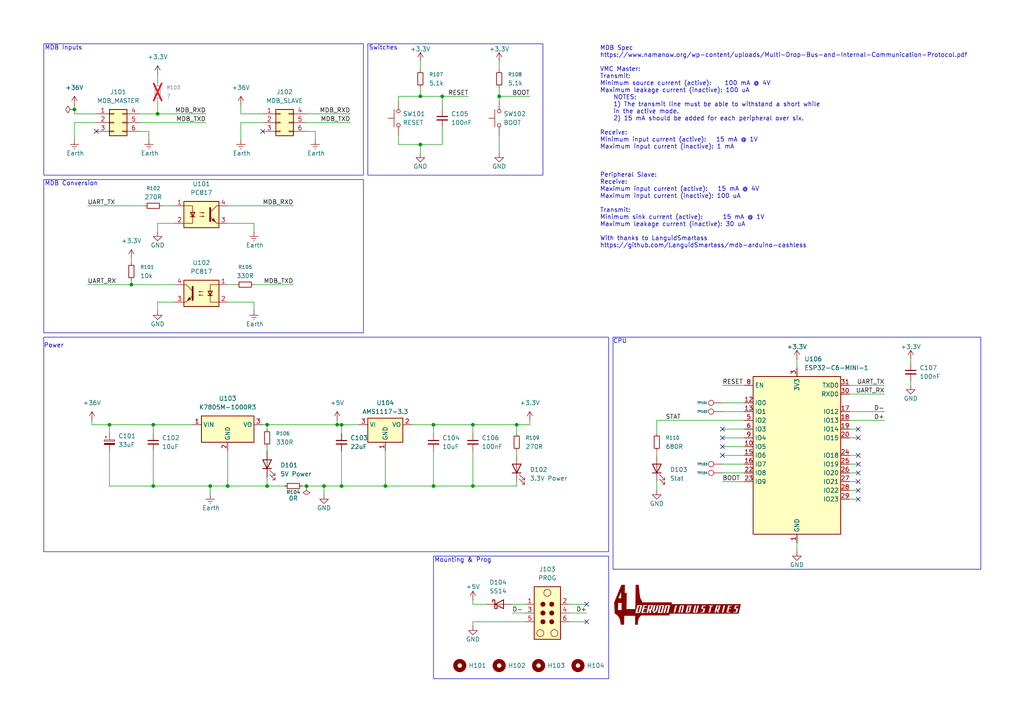
<source format=kicad_sch>
(kicad_sch (version 20250114) (generator "eeschema") (generator_version "9.0")
  (paper "A4")
  (title_block (title "AldervendAdapter") (rev "${REVISION}"))
  (lib_symbols
    (symbol "Aldervon:AldervonLogo")
    (symbol "Aldervon:K7805M-1000R3"
      (property "Reference" "U" (at 6.858 3.556 0))
      (property "Value" "K7805M-1000R3" (at 0 0 0))
      (symbol "K7805M-1000R3_0_0"
        (pin power_in line (at -10.16 0 0) (length 2.54) (name "VIN") (number "1"))
        (pin power_out line (at 0 -7.62 90) (length 2.54) (name "GND") (number "2"))
        (pin power_out line (at 10.16 0 180) (length 2.54) (name "VO") (number "3"))
      )
    )
    (symbol "Connector:TC2030" (in_bom no)
      (property "Reference" "J" (at 1.27 8.89 0))
      (property "Value" "TC2030" (at 1.27 -8.89 0))
      (symbol "TC2030_1_1"
        (pin passive line (at -5.08 2.54 0) (length 2.54) (name "~") (number "1"))
        (pin passive line (at -5.08 0 0) (length 2.54) (name "~") (number "3"))
        (pin passive line (at -5.08 -2.54 0) (length 2.54) (name "~") (number "5"))
        (pin passive line (at 7.62 2.54 180) (length 2.54) (name "~") (number "2"))
        (pin passive line (at 7.62 0 180) (length 2.54) (name "~") (number "4"))
        (pin passive line (at 7.62 -2.54 180) (length 2.54) (name "~") (number "6"))
      )
    )
    (symbol "Connector:TestPoint" (pin_numbers (hide yes)) (pin_names (offset 0.762) (hide yes))
      (property "Reference" "TP" (at 0 6.858 0))
      (property "Value" "TestPoint" (at 0 5.08 0))
      (symbol "TestPoint_1_1"
        (pin passive line (at 0 0 90) (length 2.54) (name "1") (number "1"))
      )
    )
    (symbol "Connector_Generic:Conn_02x03_Top_Bottom" (pin_names (offset 1.016) (hide yes))
      (property "Reference" "J" (at 1.27 5.08 0))
      (property "Value" "Conn_02x03_Top_Bottom" (at 1.27 -5.08 0))
      (symbol "Conn_02x03_Top_Bottom_1_1"
        (pin passive line (at -5.08 2.54 0) (length 3.81) (name "Pin_1") (number "1"))
        (pin passive line (at -5.08 0 0) (length 3.81) (name "Pin_2") (number "2"))
        (pin passive line (at -5.08 -2.54 0) (length 3.81) (name "Pin_3") (number "3"))
        (pin passive line (at 7.62 2.54 180) (length 3.81) (name "Pin_4") (number "4"))
        (pin passive line (at 7.62 0 180) (length 3.81) (name "Pin_5") (number "5"))
        (pin passive line (at 7.62 -2.54 180) (length 3.81) (name "Pin_6") (number "6"))
      )
    )
    (symbol "Device:C_Polarized_Small" (pin_numbers (hide yes)) (pin_names (offset 0.254) (hide yes))
      (property "Reference" "C" (at 0.254 1.778 0))
      (property "Value" "C_Polarized_Small" (at 0.254 -2.032 0))
      (symbol "C_Polarized_Small_1_1"
        (pin passive line (at 0 2.54 270) (length 1.8542) (name "~") (number "1"))
        (pin passive line (at 0 -2.54 90) (length 1.8542) (name "~") (number "2"))
      )
    )
    (symbol "Device:C_Small" (pin_numbers (hide yes)) (pin_names (offset 0.254) (hide yes))
      (property "Reference" "C" (at 0.254 1.778 0))
      (property "Value" "C_Small" (at 0.254 -2.032 0))
      (symbol "C_Small_1_1"
        (pin passive line (at 0 2.54 270) (length 2.032) (name "~") (number "1"))
        (pin passive line (at 0 -2.54 90) (length 2.032) (name "~") (number "2"))
      )
    )
    (symbol "Device:LED" (pin_numbers (hide yes)) (pin_names (offset 1.016) (hide yes))
      (property "Reference" "D" (at 0 2.54 0))
      (property "Value" "LED" (at 0 -2.54 0))
      (symbol "LED_1_1"
        (pin passive line (at -3.81 0 0) (length 2.54) (name "K") (number "1"))
        (pin passive line (at 3.81 0 180) (length 2.54) (name "A") (number "2"))
      )
    )
    (symbol "Device:R_Small" (pin_numbers (hide yes)) (pin_names (offset 0.254) (hide yes))
      (property "Reference" "R" (at 0 0 90))
      (property "Value" "R_Small" (at 1.778 0 90))
      (symbol "R_Small_1_1"
        (pin passive line (at 0 2.54 270) (length 0.762) (name "~") (number "1"))
        (pin passive line (at 0 -2.54 90) (length 0.762) (name "~") (number "2"))
      )
    )
    (symbol "Diode:SS14" (pin_numbers (hide yes)) (pin_names (offset 1.016) (hide yes))
      (property "Reference" "D" (at 0 2.54 0))
      (property "Value" "SS14" (at 0 -2.54 0))
      (symbol "SS14_1_1"
        (pin passive line (at -3.81 0 0) (length 2.54) (name "K") (number "1"))
        (pin passive line (at 3.81 0 180) (length 2.54) (name "A") (number "2"))
      )
    )
    (symbol "Isolator:PC817" (pin_names (offset 1.016))
      (property "Reference" "U" (at -5.08 5.08 0))
      (property "Value" "PC817" (at 0 5.08 0))
      (symbol "PC817_1_1"
        (pin passive line (at -7.62 2.54 0) (length 2.54) (name "~") (number "1"))
        (pin passive line (at -7.62 -2.54 0) (length 2.54) (name "~") (number "2"))
        (pin passive line (at 7.62 2.54 180) (length 2.54) (name "~") (number "4"))
        (pin passive line (at 7.62 -2.54 180) (length 2.54) (name "~") (number "3"))
      )
    )
    (symbol "Mechanical:MountingHole" (pin_names (offset 1.016)) (in_bom no)
      (property "Reference" "H" (at 0 5.08 0))
      (property "Value" "MountingHole" (at 0 3.175 0))
    )
    (symbol "RF_Module:ESP32-C6-MINI-1"
      (property "Reference" "U" (at -11.43 24.13 0))
      (property "Value" "ESP32-C6-MINI-1" (at 12.7 24.13 0))
      (symbol "ESP32-C6-MINI-1_1_1"
        (pin input line (at -15.24 20.32 0) (length 2.54) (name "EN") (number "8"))
        (pin bidirectional line (at -15.24 15.24 0) (length 2.54) (name "IO0") (number "12"))
        (pin bidirectional line (at -15.24 12.7 0) (length 2.54) (name "IO1") (number "13"))
        (pin bidirectional line (at -15.24 10.16 0) (length 2.54) (name "IO2") (number "5"))
        (pin bidirectional line (at -15.24 7.62 0) (length 2.54) (name "IO3") (number "6"))
        (pin bidirectional line (at -15.24 5.08 0) (length 2.54) (name "IO4") (number "9"))
        (pin bidirectional line (at -15.24 2.54 0) (length 2.54) (name "IO5") (number "10"))
        (pin bidirectional line (at -15.24 0 0) (length 2.54) (name "IO6") (number "15"))
        (pin bidirectional line (at -15.24 -2.54 0) (length 2.54) (name "IO7") (number "16"))
        (pin bidirectional line (at -15.24 -5.08 0) (length 2.54) (name "IO8") (number "22"))
        (pin bidirectional line (at -15.24 -7.62 0) (length 2.54) (name "IO9") (number "23"))
        (pin no_connect line (at -12.7 -12.7 0) (length 2.54) (hide yes) (name "NC") (number "32"))
        (pin no_connect line (at -12.7 -15.24 0) (length 2.54) (hide yes) (name "NC") (number "33"))
        (pin no_connect line (at -12.7 -17.78 0) (length 2.54) (hide yes) (name "NC") (number "34"))
        (pin no_connect line (at -12.7 -20.32 0) (length 2.54) (hide yes) (name "NC") (number "35"))
        (pin power_in line (at 0 25.4 270) (length 2.54) (name "3V3") (number "3"))
        (pin power_in line (at 0 -25.4 90) (length 2.54) (name "GND") (number "1"))
        (pin passive line (at 0 -25.4 90) (length 2.54) (hide yes) (name "GND") (number "11"))
        (pin passive line (at 0 -25.4 90) (length 2.54) (hide yes) (name "GND") (number "14"))
        (pin passive line (at 0 -25.4 90) (length 2.54) (hide yes) (name "GND") (number "2"))
        (pin passive line (at 0 -25.4 90) (length 2.54) (hide yes) (name "GND") (number "36"))
        (pin passive line (at 0 -25.4 90) (length 2.54) (hide yes) (name "GND") (number "37"))
        (pin passive line (at 0 -25.4 90) (length 2.54) (hide yes) (name "GND") (number "38"))
        (pin passive line (at 0 -25.4 90) (length 2.54) (hide yes) (name "GND") (number "39"))
        (pin passive line (at 0 -25.4 90) (length 2.54) (hide yes) (name "GND") (number "40"))
        (pin passive line (at 0 -25.4 90) (length 2.54) (hide yes) (name "GND") (number "41"))
        (pin passive line (at 0 -25.4 90) (length 2.54) (hide yes) (name "GND") (number "42"))
        (pin passive line (at 0 -25.4 90) (length 2.54) (hide yes) (name "GND") (number "43"))
        (pin passive line (at 0 -25.4 90) (length 2.54) (hide yes) (name "GND") (number "44"))
        (pin passive line (at 0 -25.4 90) (length 2.54) (hide yes) (name "GND") (number "45"))
        (pin passive line (at 0 -25.4 90) (length 2.54) (hide yes) (name "GND") (number "46"))
        (pin passive line (at 0 -25.4 90) (length 2.54) (hide yes) (name "GND") (number "47"))
        (pin passive line (at 0 -25.4 90) (length 2.54) (hide yes) (name "GND") (number "48"))
        (pin passive line (at 0 -25.4 90) (length 2.54) (hide yes) (name "GND") (number "49"))
        (pin passive line (at 0 -25.4 90) (length 2.54) (hide yes) (name "GND") (number "50"))
        (pin passive line (at 0 -25.4 90) (length 2.54) (hide yes) (name "GND") (number "51"))
        (pin passive line (at 0 -25.4 90) (length 2.54) (hide yes) (name "GND") (number "52"))
        (pin passive line (at 0 -25.4 90) (length 2.54) (hide yes) (name "GND") (number "53"))
        (pin no_connect line (at 12.7 -15.24 180) (length 2.54) (hide yes) (name "NC") (number "4"))
        (pin no_connect line (at 12.7 -17.78 180) (length 2.54) (hide yes) (name "NC") (number "7"))
        (pin no_connect line (at 12.7 -20.32 180) (length 2.54) (hide yes) (name "NC") (number "21"))
        (pin bidirectional line (at 15.24 20.32 180) (length 2.54) (name "TXD0") (number "31"))
        (pin bidirectional line (at 15.24 17.78 180) (length 2.54) (name "RXD0") (number "30"))
        (pin bidirectional line (at 15.24 12.7 180) (length 2.54) (name "IO12") (number "17"))
        (pin bidirectional line (at 15.24 10.16 180) (length 2.54) (name "IO13") (number "18"))
        (pin bidirectional line (at 15.24 7.62 180) (length 2.54) (name "IO14") (number "19"))
        (pin bidirectional line (at 15.24 5.08 180) (length 2.54) (name "IO15") (number "20"))
        (pin bidirectional line (at 15.24 0 180) (length 2.54) (name "IO18") (number "24"))
        (pin bidirectional line (at 15.24 -2.54 180) (length 2.54) (name "IO19") (number "25"))
        (pin bidirectional line (at 15.24 -5.08 180) (length 2.54) (name "IO20") (number "26"))
        (pin bidirectional line (at 15.24 -7.62 180) (length 2.54) (name "IO21") (number "27"))
        (pin bidirectional line (at 15.24 -10.16 180) (length 2.54) (name "IO22") (number "28"))
        (pin bidirectional line (at 15.24 -12.7 180) (length 2.54) (name "IO23") (number "29"))
      )
    )
    (symbol "Regulator_Linear:AMS1117-3.3"
      (property "Reference" "U" (at -3.81 3.175 0))
      (property "Value" "AMS1117-3.3" (at 0 3.175 0))
      (symbol "AMS1117-3.3_1_1"
        (pin power_in line (at -7.62 0 0) (length 2.54) (name "VI") (number "3"))
        (pin power_in line (at 0 -7.62 90) (length 2.54) (name "GND") (number "1"))
        (pin power_out line (at 7.62 0 180) (length 2.54) (name "VO") (number "2"))
      )
    )
    (symbol "Switch:SW_Push" (pin_numbers (hide yes)) (pin_names (offset 1.016) (hide yes))
      (property "Reference" "SW" (at 1.27 2.54 0))
      (property "Value" "SW_Push" (at 0 -1.524 0))
      (symbol "SW_Push_0_1"
        (pin passive line (at -5.08 0 0) (length 2.54) (name "1") (number "1"))
        (pin passive line (at 5.08 0 180) (length 2.54) (name "2") (number "2"))
      )
    )
    (symbol "power:+3.3V" (power) (pin_numbers (hide yes)) (pin_names (offset 0) (hide yes))
      (property "Value" "+3.3V" (at 0 3.556 0))
      (symbol "+3.3V_1_1"
        (pin power_in line (at 0 0 90) (length 0) (name "~") (number "1"))
      )
    )
    (symbol "power:+36V" (power) (pin_numbers (hide yes)) (pin_names (offset 0) (hide yes))
      (property "Value" "+36V" (at 0 3.556 0))
      (symbol "+36V_1_1"
        (pin power_in line (at 0 0 90) (length 0) (name "~") (number "1"))
      )
    )
    (symbol "power:+5V" (power) (pin_numbers (hide yes)) (pin_names (offset 0) (hide yes))
      (property "Value" "+5V" (at 0 3.556 0))
      (symbol "+5V_1_1"
        (pin power_in line (at 0 0 90) (length 0) (name "~") (number "1"))
      )
    )
    (symbol "power:Earth" (power) (pin_numbers (hide yes)) (pin_names (offset 0) (hide yes))
      (property "Value" "Earth" (at 0 -3.81 0))
      (symbol "Earth_1_1"
        (pin power_in line (at 0 0 270) (length 0) (name "~") (number "1"))
      )
    )
    (symbol "power:GND" (power) (pin_numbers (hide yes)) (pin_names (offset 0) (hide yes))
      (property "Value" "GND" (at 0 -3.81 0))
      (symbol "GND_1_1"
        (pin power_in line (at 0 0 270) (length 0) (name "~") (number "1"))
      )
    )
    (symbol "power:PWR_FLAG" (power) (pin_numbers (hide yes)) (pin_names (offset 0) (hide yes))
      (property "Value" "PWR_FLAG" (at 0 3.81 0))
      (symbol "PWR_FLAG_0_0"
        (pin power_out line (at 0 0 90) (length 0) (name "~") (number "1"))
      )
    )
  )
  (rectangle (start 12.7 97.79) (end 176.53 160.02))
  (rectangle (start 12.7 12.7) (end 105.41 50.8))
  (rectangle (start 125.73 161.29) (end 176.53 196.85))
  (rectangle (start 12.7 52.07) (end 105.41 96.52))
  (rectangle (start 177.8 97.79) (end 284.48 165.1))
  (rectangle (start 106.68 12.7) (end 157.48 50.8))
  (text "CPU" (at 177.8 98.298 0) (effects (font (size 1.27 1.27)) (justify left top)))
  (text "Mounting & Prog" (at 125.984 161.798 0) (effects (font (size 1.27 1.27)) (justify left top)))
  (text "Switches" (at 106.934 13.208 0) (effects (font (size 1.27 1.27)) (justify left top)))
  (text "MDB Spec\nhttps://www.namanow.org/wp-content/uploads/Multi-Drop-Bus-and-Internal-Communication-Protocol.pdf\n\nVMC Master:\nTransmit:\nMinimum source current (active):    100 mA @ 4V\nMaximum leakage current (inactive): 100 uA\n    NOTES:\n    1) The transmit line must be able to withstand a short while\n    in the active mode.\n    2) 15 mA should be added for each peripheral over six.\n\nReceive:\nMinimum input current (active):   15 mA @ 1V\nMaximum input current (inactive): 1 mA\n\n\n\nPeripheral Slave:\nReceive:\nMaximum input current (active):   15 mA @ 4V\nMaximum input current (inactive): 100 uA\n\nTransmit:\nMinimum sink current (active):      15 mA @ 1V\nMaximum leakage current (inactive): 30 uA\n\nWith thanks to LanguidSmartass\nhttps://github.com/LanguidSmartass/mdb-arduino-cashless" (at 173.99 42.672 0) (effects (font (size 1.27 1.27)) (justify left)))
  (text "MDB Conversion" (at 12.954 52.578 0) (effects (font (size 1.27 1.27)) (justify left top)))
  (text "Power" (at 12.7 99.568 0) (effects (font (size 1.27 1.27)) (justify left top)))
  (text "MDB Inputs" (at 12.954 13.208 0) (effects (font (size 1.27 1.27)) (justify left top)))
  (junction (at 99.06 123.19))
  (junction (at 121.92 27.94))
  (junction (at 99.06 140.97))
  (junction (at 38.1 82.55))
  (junction (at 31.75 123.19))
  (junction (at 125.73 140.97))
  (junction (at 45.72 33.02))
  (junction (at 137.16 140.97))
  (junction (at 125.73 123.19))
  (junction (at 88.9 140.97))
  (junction (at 93.98 140.97))
  (junction (at 60.96 140.97))
  (junction (at 121.92 41.91))
  (junction (at 44.45 123.19))
  (junction (at 144.78 27.94))
  (junction (at 21.59 31.75))
  (junction (at 97.79 123.19))
  (junction (at 149.86 123.19))
  (junction (at 44.45 140.97))
  (junction (at 128.27 27.94))
  (junction (at 111.76 140.97))
  (junction (at 77.47 140.97))
  (junction (at 66.04 140.97))
  (junction (at 77.47 123.19))
  (junction (at 137.16 123.19))
  (no_connect (at 248.92 127))
  (no_connect (at 248.92 144.78))
  (no_connect (at 209.55 127))
  (no_connect (at 248.92 137.16))
  (no_connect (at 170.18 175.26))
  (no_connect (at 209.55 124.46))
  (no_connect (at 209.55 129.54))
  (no_connect (at 248.92 124.46))
  (no_connect (at 248.92 134.62))
  (no_connect (at 248.92 139.7))
  (no_connect (at 248.92 132.08))
  (no_connect (at 76.2 38.1))
  (no_connect (at 170.18 180.34))
  (no_connect (at 248.92 142.24))
  (no_connect (at 209.55 132.08))
  (no_connect (at 27.94 38.1))
  (wire (pts (xy 97.79 123.19) (xy 99.06 123.19)))
  (wire (pts (xy 111.76 130.81) (xy 111.76 140.97)))
  (wire (pts (xy 170.18 180.34) (xy 165.1 180.34)))
  (wire (pts (xy 38.1 82.55) (xy 50.8 82.55)))
  (wire (pts (xy 148.59 175.26) (xy 152.4 175.26)))
  (wire (pts (xy 137.16 173.99) (xy 137.16 175.26)))
  (wire (pts (xy 77.47 140.97) (xy 82.55 140.97)))
  (wire (pts (xy 45.72 87.63) (xy 50.8 87.63)))
  (wire (pts (xy 69.85 35.56) (xy 69.85 40.64)))
  (wire (pts (xy 246.38 121.92) (xy 256.54 121.92)))
  (wire (pts (xy 45.72 90.17) (xy 45.72 87.63)))
  (wire (pts (xy 121.92 25.4) (xy 121.92 27.94)))
  (wire (pts (xy 248.92 127) (xy 246.38 127)))
  (wire (pts (xy 231.14 157.48) (xy 231.14 160.02)))
  (wire (pts (xy 248.92 142.24) (xy 246.38 142.24)))
  (wire (pts (xy 31.75 123.19) (xy 44.45 123.19)))
  (wire (pts (xy 21.59 35.56) (xy 27.94 35.56)))
  (wire (pts (xy 40.64 33.02) (xy 45.72 33.02)))
  (wire (pts (xy 119.38 123.19) (xy 125.73 123.19)))
  (wire (pts (xy 209.55 134.62) (xy 215.9 134.62)))
  (wire (pts (xy 99.06 123.19) (xy 99.06 125.73)))
  (wire (pts (xy 231.14 104.14) (xy 231.14 106.68)))
  (wire (pts (xy 209.55 111.76) (xy 215.9 111.76)))
  (wire (pts (xy 31.75 125.73) (xy 31.75 123.19)))
  (wire (pts (xy 248.92 124.46) (xy 246.38 124.46)))
  (wire (pts (xy 137.16 180.34) (xy 152.4 180.34)))
  (wire (pts (xy 26.67 123.19) (xy 31.75 123.19)))
  (wire (pts (xy 101.6 33.02) (xy 88.9 33.02)))
  (wire (pts (xy 264.16 111.76) (xy 264.16 110.49)))
  (wire (pts (xy 246.38 111.76) (xy 256.54 111.76)))
  (wire (pts (xy 88.9 140.97) (xy 87.63 140.97)))
  (wire (pts (xy 137.16 130.81) (xy 137.16 140.97)))
  (wire (pts (xy 125.73 130.81) (xy 125.73 140.97)))
  (wire (pts (xy 209.55 124.46) (xy 215.9 124.46)))
  (wire (pts (xy 73.66 64.77) (xy 66.04 64.77)))
  (wire (pts (xy 97.79 121.92) (xy 97.79 123.19)))
  (wire (pts (xy 69.85 35.56) (xy 76.2 35.56)))
  (wire (pts (xy 128.27 41.91) (xy 128.27 36.83)))
  (wire (pts (xy 135.89 27.94) (xy 128.27 27.94)))
  (wire (pts (xy 69.85 30.48) (xy 69.85 33.02)))
  (wire (pts (xy 101.6 35.56) (xy 88.9 35.56)))
  (wire (pts (xy 73.66 82.55) (xy 85.09 82.55)))
  (wire (pts (xy 31.75 130.81) (xy 31.75 140.97)))
  (wire (pts (xy 69.85 33.02) (xy 76.2 33.02)))
  (wire (pts (xy 248.92 137.16) (xy 246.38 137.16)))
  (wire (pts (xy 209.55 132.08) (xy 215.9 132.08)))
  (wire (pts (xy 66.04 59.69) (xy 85.09 59.69)))
  (wire (pts (xy 149.86 140.97) (xy 137.16 140.97)))
  (wire (pts (xy 76.2 123.19) (xy 77.47 123.19)))
  (wire (pts (xy 44.45 123.19) (xy 44.45 125.73)))
  (wire (pts (xy 144.78 25.4) (xy 144.78 27.94)))
  (wire (pts (xy 121.92 41.91) (xy 128.27 41.91)))
  (wire (pts (xy 21.59 35.56) (xy 21.59 40.64)))
  (wire (pts (xy 73.66 87.63) (xy 66.04 87.63)))
  (wire (pts (xy 153.67 123.19) (xy 149.86 123.19)))
  (wire (pts (xy 59.69 33.02) (xy 45.72 33.02)))
  (wire (pts (xy 137.16 140.97) (xy 125.73 140.97)))
  (wire (pts (xy 121.92 27.94) (xy 115.57 27.94)))
  (wire (pts (xy 149.86 139.7) (xy 149.86 140.97)))
  (wire (pts (xy 246.38 119.38) (xy 256.54 119.38)))
  (wire (pts (xy 99.06 123.19) (xy 104.14 123.19)))
  (wire (pts (xy 125.73 140.97) (xy 111.76 140.97)))
  (wire (pts (xy 153.67 27.94) (xy 144.78 27.94)))
  (wire (pts (xy 43.18 40.64) (xy 43.18 38.1)))
  (wire (pts (xy 149.86 130.81) (xy 149.86 132.08)))
  (wire (pts (xy 137.16 125.73) (xy 137.16 123.19)))
  (wire (pts (xy 128.27 27.94) (xy 128.27 31.75)))
  (wire (pts (xy 45.72 33.02) (xy 45.72 29.21)))
  (wire (pts (xy 121.92 41.91) (xy 121.92 44.45)))
  (wire (pts (xy 91.44 40.64) (xy 91.44 38.1)))
  (wire (pts (xy 93.98 140.97) (xy 99.06 140.97)))
  (wire (pts (xy 46.99 59.69) (xy 50.8 59.69)))
  (wire (pts (xy 148.59 177.8) (xy 152.4 177.8)))
  (wire (pts (xy 209.55 116.84) (xy 215.9 116.84)))
  (wire (pts (xy 121.92 41.91) (xy 115.57 41.91)))
  (wire (pts (xy 21.59 30.48) (xy 21.59 31.75)))
  (wire (pts (xy 21.59 33.02) (xy 27.94 33.02)))
  (wire (pts (xy 43.18 38.1) (xy 40.64 38.1)))
  (wire (pts (xy 77.47 123.19) (xy 97.79 123.19)))
  (wire (pts (xy 137.16 123.19) (xy 125.73 123.19)))
  (wire (pts (xy 93.98 143.51) (xy 93.98 140.97)))
  (wire (pts (xy 26.67 121.92) (xy 26.67 123.19)))
  (wire (pts (xy 190.5 142.24) (xy 190.5 139.7)))
  (wire (pts (xy 25.4 82.55) (xy 38.1 82.55)))
  (wire (pts (xy 25.4 59.69) (xy 41.91 59.69)))
  (wire (pts (xy 248.92 134.62) (xy 246.38 134.62)))
  (wire (pts (xy 209.55 129.54) (xy 215.9 129.54)))
  (wire (pts (xy 60.96 140.97) (xy 66.04 140.97)))
  (wire (pts (xy 99.06 140.97) (xy 111.76 140.97)))
  (wire (pts (xy 170.18 177.8) (xy 165.1 177.8)))
  (wire (pts (xy 73.66 90.17) (xy 73.66 87.63)))
  (wire (pts (xy 190.5 121.92) (xy 190.5 125.73)))
  (wire (pts (xy 66.04 140.97) (xy 77.47 140.97)))
  (wire (pts (xy 246.38 114.3) (xy 256.54 114.3)))
  (wire (pts (xy 248.92 144.78) (xy 246.38 144.78)))
  (wire (pts (xy 60.96 140.97) (xy 44.45 140.97)))
  (wire (pts (xy 44.45 140.97) (xy 31.75 140.97)))
  (wire (pts (xy 248.92 132.08) (xy 246.38 132.08)))
  (wire (pts (xy 99.06 130.81) (xy 99.06 140.97)))
  (wire (pts (xy 77.47 129.54) (xy 77.47 130.81)))
  (wire (pts (xy 44.45 130.81) (xy 44.45 140.97)))
  (wire (pts (xy 248.92 139.7) (xy 246.38 139.7)))
  (wire (pts (xy 125.73 123.19) (xy 125.73 125.73)))
  (wire (pts (xy 137.16 181.61) (xy 137.16 180.34)))
  (wire (pts (xy 45.72 64.77) (xy 50.8 64.77)))
  (wire (pts (xy 115.57 27.94) (xy 115.57 29.21)))
  (wire (pts (xy 88.9 140.97) (xy 93.98 140.97)))
  (wire (pts (xy 115.57 41.91) (xy 115.57 39.37)))
  (wire (pts (xy 128.27 27.94) (xy 121.92 27.94)))
  (wire (pts (xy 38.1 81.28) (xy 38.1 82.55)))
  (wire (pts (xy 144.78 39.37) (xy 144.78 44.45)))
  (wire (pts (xy 170.18 175.26) (xy 165.1 175.26)))
  (wire (pts (xy 121.92 17.78) (xy 121.92 20.32)))
  (wire (pts (xy 144.78 17.78) (xy 144.78 20.32)))
  (wire (pts (xy 60.96 143.51) (xy 60.96 140.97)))
  (wire (pts (xy 209.55 119.38) (xy 215.9 119.38)))
  (wire (pts (xy 59.69 35.56) (xy 40.64 35.56)))
  (wire (pts (xy 73.66 67.31) (xy 73.66 64.77)))
  (wire (pts (xy 209.55 139.7) (xy 215.9 139.7)))
  (wire (pts (xy 190.5 121.92) (xy 215.9 121.92)))
  (wire (pts (xy 45.72 67.31) (xy 45.72 64.77)))
  (wire (pts (xy 209.55 127) (xy 215.9 127)))
  (wire (pts (xy 144.78 27.94) (xy 144.78 29.21)))
  (wire (pts (xy 66.04 130.81) (xy 66.04 140.97)))
  (wire (pts (xy 38.1 74.93) (xy 38.1 76.2)))
  (wire (pts (xy 77.47 123.19) (xy 77.47 124.46)))
  (wire (pts (xy 66.04 82.55) (xy 68.58 82.55)))
  (wire (pts (xy 149.86 125.73) (xy 149.86 123.19)))
  (wire (pts (xy 137.16 175.26) (xy 140.97 175.26)))
  (wire (pts (xy 209.55 137.16) (xy 215.9 137.16)))
  (wire (pts (xy 45.72 21.59) (xy 45.72 24.13)))
  (wire (pts (xy 149.86 123.19) (xy 137.16 123.19)))
  (wire (pts (xy 44.45 123.19) (xy 55.88 123.19)))
  (wire (pts (xy 190.5 130.81) (xy 190.5 132.08)))
  (wire (pts (xy 77.47 138.43) (xy 77.47 140.97)))
  (wire (pts (xy 21.59 31.75) (xy 21.59 33.02)))
  (wire (pts (xy 91.44 38.1) (xy 88.9 38.1)))
  (wire (pts (xy 153.67 121.92) (xy 153.67 123.19)))
  (wire (pts (xy 264.16 104.14) (xy 264.16 105.41)))
  (label "MDB_TXD" (at 59.69 35.56 180))
  (label "BOOT" (at 153.67 27.94 180))
  (label "MDB_TXD" (at 85.09 82.55 180))
  (label "D+" (at 256.54 121.92 180))
  (label "STAT" (at 193.04 121.92 0))
  (label "UART_RX" (at 25.4 82.55 0))
  (label "RESET" (at 209.55 111.76 0))
  (label "MDB_RXD" (at 101.6 33.02 180))
  (label "MDB_RXD" (at 59.69 33.02 180))
  (label "D-" (at 148.59 177.8 0))
  (label "D-" (at 256.54 119.38 180))
  (label "UART_TX" (at 256.54 111.76 180))
  (label "UART_TX" (at 25.4 59.69 0))
  (label "D+" (at 170.18 177.8 180))
  (label "BOOT" (at 209.55 139.7 0))
  (label "UART_RX" (at 256.54 114.3 180))
  (label "MDB_RXD" (at 85.09 59.69 180))
  (label "MDB_TXD" (at 101.6 35.56 180))
  (label "RESET" (at 135.89 27.94 180))
  (symbol (lib_id "power:GND") (at 121.92 44.45 0) (unit 1)
    (property "Reference" "#PWR0118" (effects (hide yes)))
    (property "Value" "GND" (at 121.92 48.26 0))
    (property "Description" "Power symbol creates a global label with name \"GND\" , ground" (effects (hide yes)))
  )
  (symbol (lib_id "power:+3.3V") (at 144.78 17.78 0) (unit 1)
    (property "Reference" "#PWR0119" (effects (hide yes)))
    (property "Value" "+3.3V" (at 144.78 14.224 0))
    (property "Description" "Power symbol creates a global label with name \"+3.3V\"" (effects (hide yes)))
  )
  (symbol (lib_id "power:GND") (at 93.98 143.51 0) (unit 1)
    (property "Reference" "#PWR0114" (effects (hide yes)))
    (property "Value" "GND" (at 93.98 147.32 0))
    (property "Description" "Power symbol creates a global label with name \"GND\" , ground" (effects (hide yes)))
  )
  (symbol (lib_id "power:+3.3V") (at 121.92 17.78 0) (unit 1)
    (property "Reference" "#PWR0117" (effects (hide yes)))
    (property "Value" "+3.3V" (at 121.92 14.224 0))
    (property "Description" "Power symbol creates a global label with name \"+3.3V\"" (effects (hide yes)))
  )
  (symbol (lib_id "Device:R_Small") (at 38.1 78.74 180) (unit 1)
    (property "Reference" "R101" (at 40.64 77.4699 0) (effects (font (size 1.016 1.016)) (justify right)))
    (property "Value" "10k" (at 40.64 80.0099 0) (effects (justify right)))
    (property "Footprint" "Resistor_SMD:R_0805_2012Metric" (effects (hide yes)))
    (property "Description" "Resistor, small symbol" (effects (hide yes)))
    (property "LCSC#" "C84376" (effects (hide yes)))
  )
  (symbol (lib_id "Isolator:PC817") (at 58.42 85.09 0) (mirror y) (unit 1)
    (property "Reference" "U102" (at 58.42 76.2 0))
    (property "Value" "PC817" (at 58.42 78.74 0))
    (property "Footprint" "Package_DIP:SMDIP-4_W9.53mm" (effects (hide yes)))
    (property "Datasheet" "http://www.soselectronic.cz/a_info/resource/d/pc817.pdf" (effects (hide yes)))
    (property "Description" "DC Optocoupler, Vce 35V, CTR 50-300%, DIP-4" (effects (hide yes)))
    (property "LCSC#" "C66405" (effects (hide yes)))
  )
  (symbol (lib_id "power:Earth") (at 73.66 67.31 0) (unit 1)
    (property "Reference" "#PWR0112" (effects (hide yes)))
    (property "Value" "Earth" (at 73.914 71.12 0))
    (property "Description" "Power symbol creates a global label with name \"Earth\"" (effects (hide yes)))
  )
  (symbol (lib_id "Aldervon:AldervonLogo") (at 177.8 181.61 0) (unit 1) (on_board no)
    (property "Reference" "U105" (effects (hide yes)))
  )
  (symbol (lib_id "Switch:SW_Push") (at 115.57 34.29 90) (unit 1)
    (property "Reference" "SW101" (at 116.84 33.0199 90) (effects (justify right)))
    (property "Value" "RESET" (at 116.84 35.5599 90) (effects (justify right)))
    (property "Footprint" "Button_Switch_SMD:SW_Push_1P1T_NO_CK_KMR2" (effects (hide yes)))
    (property "Description" "Push button switch, generic, two pins" (effects (hide yes)))
    (property "LCSC#" "C221676" (effects (hide yes)))
  )
  (symbol (lib_id "Device:C_Small") (at 128.27 34.29 0) (unit 1)
    (property "Reference" "C105" (at 130.81 33.0262 0) (effects (justify left)))
    (property "Value" "100nF" (at 130.81 35.5662 0) (effects (justify left)))
    (property "Footprint" "Capacitor_SMD:C_0805_2012Metric" (effects (hide yes)))
    (property "Description" "Unpolarized capacitor, small symbol" (effects (hide yes)))
    (property "LCSC#" "C49678" (effects (hide yes)))
  )
  (symbol (lib_id "power:Earth") (at 69.85 40.64 0) (unit 1)
    (property "Reference" "#PWR0111" (effects (hide yes)))
    (property "Value" "Earth" (at 70.104 44.45 0))
    (property "Description" "Power symbol creates a global label with name \"Earth\"" (effects (hide yes)))
  )
  (symbol (lib_id "power:+36V") (at 26.67 121.92 0) (unit 1)
    (property "Reference" "#PWR0103" (effects (hide yes)))
    (property "Value" "+36V" (at 26.67 116.84 0))
    (property "Description" "Power symbol creates a global label with name \"+36V\"" (effects (hide yes)))
  )
  (symbol (lib_id "Device:R_Small") (at 190.5 128.27 180) (unit 1)
    (property "Reference" "R110" (at 193.04 126.9999 0) (effects (font (size 1.016 1.016)) (justify right)))
    (property "Value" "680R" (at 193.04 129.5399 0) (effects (justify right)))
    (property "Footprint" "Resistor_SMD:R_0805_2012Metric" (effects (hide yes)))
    (property "Description" "Resistor, small symbol" (effects (hide yes)))
    (property "LCSC#" "C114549" (effects (hide yes)))
  )
  (symbol (lib_id "Switch:SW_Push") (at 144.78 34.29 90) (unit 1)
    (property "Reference" "SW102" (at 146.05 33.0199 90) (effects (justify right)))
    (property "Value" "BOOT" (at 146.05 35.5599 90) (effects (justify right)))
    (property "Footprint" "Button_Switch_SMD:SW_Push_1P1T_NO_CK_KMR2" (effects (hide yes)))
    (property "Description" "Push button switch, generic, two pins" (effects (hide yes)))
    (property "LCSC#" "C221676" (effects (hide yes)))
  )
  (symbol (lib_id "RF_Module:ESP32-C6-MINI-1") (at 231.14 132.08 0) (unit 1)
    (property "Reference" "U106" (at 233.2833 104.14 0) (effects (justify left)))
    (property "Value" "ESP32-C6-MINI-1" (at 233.2833 106.68 0) (effects (justify left)))
    (property "Footprint" "RF_Module:ESP32-C6-MINI-1" (effects (hide yes)))
    (property "Datasheet" "https://www.espressif.com/sites/default/files/documentation/esp32-c6-mini-1_mini-1u_datasheet_en.pdf" (effects (hide yes)))
    (property "Description" "RF Module, ESP32-C6 SoC, Wi-Fi 802.11b/g/n/ax, Bluetooth, BLE, Zigbee, Thread, 32-bit, 3.3V, SMD, onboard antenna" (effects (hide yes)))
    (property "LCSC#" "C5736265" (effects (hide yes)))
  )
  (symbol (lib_id "Device:R_Small") (at 144.78 22.86 180) (unit 1)
    (property "Reference" "R108" (at 147.32 21.5899 0) (effects (font (size 1.016 1.016)) (justify right)))
    (property "Value" "5.1k" (at 147.32 24.1299 0) (effects (justify right)))
    (property "Footprint" "Resistor_SMD:R_0805_2012Metric" (effects (hide yes)))
    (property "Description" "Resistor, small symbol" (effects (hide yes)))
    (property "LCSC#" "C27834" (effects (hide yes)))
  )
  (symbol (lib_id "Connector:TestPoint") (at 209.55 137.16 90) (unit 1)
    (property "Reference" "TP104" (at 203.708 137.16 90) (effects (font (size 0.635 0.635))))
    (property "Value" "TestPoint" (effects (hide yes)))
    (property "Footprint" "TestPoint:TestPoint_Pad_2.0x2.0mm" (effects (hide yes)))
    (property "Description" "test point" (effects (hide yes)))
  )
  (symbol (lib_id "Device:LED") (at 77.47 134.62 90) (unit 1)
    (property "Reference" "D101" (at 81.28 134.9374 90) (effects (justify right)))
    (property "Value" "5V Power" (at 81.28 137.4774 90) (effects (justify right)))
    (property "Footprint" "LED_SMD:LED_0805_2012Metric" (effects (hide yes)))
    (property "Description" "Light emitting diode" (effects (hide yes)))
    (property "Sim.Pins" "1=K 2=A" (effects (hide yes)))
    (property "LCSC#" "C19171391" (effects (hide yes)))
  )
  (symbol (lib_id "Device:R_Small") (at 71.12 82.55 90) (unit 1)
    (property "Reference" "R105" (at 71.12 77.47 90) (effects (font (size 1.016 1.016))))
    (property "Value" "330R" (at 71.12 80.01 90))
    (property "Footprint" "Resistor_SMD:R_0805_2012Metric" (effects (hide yes)))
    (property "Description" "Resistor, small symbol" (effects (hide yes)))
    (property "LCSC#" "C17630" (effects (hide yes)))
  )
  (symbol (lib_id "power:+3.3V") (at 264.16 104.14 0) (unit 1)
    (property "Reference" "#PWR0125" (effects (hide yes)))
    (property "Value" "+3.3V" (at 264.16 100.584 0))
    (property "Description" "Power symbol creates a global label with name \"+3.3V\"" (effects (hide yes)))
  )
  (symbol (lib_id "Device:R_Small") (at 149.86 128.27 180) (unit 1)
    (property "Reference" "R109" (at 152.4 126.9999 0) (effects (font (size 1.016 1.016)) (justify right)))
    (property "Value" "270R" (at 152.4 129.5399 0) (effects (justify right)))
    (property "Footprint" "Resistor_SMD:R_0805_2012Metric" (effects (hide yes)))
    (property "Description" "Resistor, small symbol" (effects (hide yes)))
    (property "LCSC#" "C17590" (effects (hide yes)))
  )
  (symbol (lib_id "power:Earth") (at 43.18 40.64 0) (unit 1)
    (property "Reference" "#PWR0105" (effects (hide yes)))
    (property "Value" "Earth" (at 43.434 44.45 0))
    (property "Description" "Power symbol creates a global label with name \"Earth\"" (effects (hide yes)))
  )
  (symbol (lib_id "Device:R_Small") (at 121.92 22.86 180) (unit 1)
    (property "Reference" "R107" (at 124.46 21.5899 0) (effects (font (size 1.016 1.016)) (justify right)))
    (property "Value" "5.1k" (at 124.46 24.1299 0) (effects (justify right)))
    (property "Footprint" "Resistor_SMD:R_0805_2012Metric" (effects (hide yes)))
    (property "Description" "Resistor, small symbol" (effects (hide yes)))
    (property "LCSC#" "C27834" (effects (hide yes)))
  )
  (symbol (lib_id "Device:R_Small") (at 85.09 140.97 90) (unit 1)
    (property "Reference" "R104" (at 85.09 142.748 90) (effects (font (size 1.016 1.016))))
    (property "Value" "0R" (at 85.09 144.526 90))
    (property "Footprint" "Resistor_SMD:R_0805_2012Metric" (effects (hide yes)))
    (property "Description" "Resistor, small symbol" (effects (hide yes)))
    (property "LCSC#" "C17477" (effects (hide yes)))
  )
  (symbol (lib_id "Connector:TC2030") (at 157.48 177.8 0) (unit 1) (in_bom no)
    (property "Reference" "J103" (at 158.75 165.1 0))
    (property "Value" "PROG" (at 158.75 167.64 0))
    (property "Footprint" "Connector:Tag-Connect_TC2030-IDC-FP_2x03_P1.27mm_Vertical" (effects (hide yes)))
    (property "Datasheet" "https://www.tag-connect.com/wp-content/uploads/bsk-pdf-manager/2019/12/TC2030-IDC-NL-Datasheet-Rev-B.pdf" (effects (hide yes)))
    (property "Description" "Tag-Connect’s 6-pins connector" (effects (hide yes)))
  )
  (symbol (lib_id "Device:C_Small") (at 137.16 128.27 0) (unit 1)
    (property "Reference" "C106" (at 139.7 127.0062 0) (effects (justify left)))
    (property "Value" "100nF" (at 139.7 129.5462 0) (effects (justify left)))
    (property "Footprint" "Capacitor_SMD:C_0805_2012Metric" (effects (hide yes)))
    (property "Description" "Unpolarized capacitor, small symbol" (effects (hide yes)))
    (property "LCSC#" "C49678" (effects (hide yes)))
  )
  (symbol (lib_id "power:GND") (at 231.14 160.02 0) (unit 1)
    (property "Reference" "#PWR0124" (effects (hide yes)))
    (property "Value" "GND" (at 231.14 163.83 0))
    (property "Description" "Power symbol creates a global label with name \"GND\" , ground" (effects (hide yes)))
  )
  (symbol (lib_id "Device:C_Small") (at 99.06 128.27 0) (unit 1)
    (property "Reference" "C103" (at 101.6 127.0062 0) (effects (justify left)))
    (property "Value" "22uF" (at 101.6 129.5462 0) (effects (justify left)))
    (property "Footprint" "Capacitor_SMD:C_Elec_4x5.4" (effects (hide yes)))
    (property "Description" "Unpolarized capacitor, small symbol" (effects (hide yes)))
    (property "LCSC#" "C3356" (effects (hide yes)))
  )
  (symbol (lib_id "power:+3.3V") (at 231.14 104.14 0) (unit 1)
    (property "Reference" "#PWR0123" (effects (hide yes)))
    (property "Value" "+3.3V" (at 231.14 100.584 0))
    (property "Description" "Power symbol creates a global label with name \"+3.3V\"" (effects (hide yes)))
  )
  (symbol (lib_id "Isolator:PC817") (at 58.42 62.23 0) (unit 1)
    (property "Reference" "U101" (at 58.42 53.34 0))
    (property "Value" "PC817" (at 58.42 55.88 0))
    (property "Footprint" "Package_DIP:SMDIP-4_W9.53mm" (effects (hide yes)))
    (property "Datasheet" "http://www.soselectronic.cz/a_info/resource/d/pc817.pdf" (effects (hide yes)))
    (property "Description" "DC Optocoupler, Vce 35V, CTR 50-300%, DIP-4" (effects (hide yes)))
    (property "LCSC#" "C66405" (effects (hide yes)))
  )
  (symbol (lib_id "power:Earth") (at 60.96 143.51 0) (unit 1)
    (property "Reference" "#PWR0109" (effects (hide yes)))
    (property "Value" "Earth" (at 61.214 147.32 0))
    (property "Description" "Power symbol creates a global label with name \"Earth\"" (effects (hide yes)))
  )
  (symbol (lib_id "Device:C_Small") (at 264.16 107.95 0) (unit 1)
    (property "Reference" "C107" (at 266.7 106.6862 0) (effects (justify left)))
    (property "Value" "100nF" (at 266.7 109.2262 0) (effects (justify left)))
    (property "Footprint" "Capacitor_SMD:C_0805_2012Metric" (effects (hide yes)))
    (property "Description" "Unpolarized capacitor, small symbol" (effects (hide yes)))
    (property "LCSC#" "C49678" (effects (hide yes)))
  )
  (symbol (lib_id "Connector_Generic:Conn_02x03_Top_Bottom") (at 33.02 35.56 0) (unit 1)
    (property "Reference" "J101" (at 34.29 26.67 0))
    (property "Value" "MDB_MASTER" (at 34.29 29.21 0))
    (property "Footprint" "Connector_Molex:Molex_Mini-Fit_Jr_5569-06A2_2x03_P4.20mm_Horizontal" (effects (hide yes)))
    (property "Description" "Generic connector, double row, 02x03, top/bottom pin numbering scheme (row 1: 1...pins_per_row, row2: pins_per_row+1 ... num_pins), script generated (kicad-library-utils/schlib/autogen/connector/)" (effects (hide yes)))
    (property "LSCS#" "C114098" (effects (hide yes)))
  )
  (symbol (lib_id "power:+36V") (at 69.85 30.48 0) (unit 1)
    (property "Reference" "#PWR0110" (effects (hide yes)))
    (property "Value" "+36V" (at 69.85 25.4 0))
    (property "Description" "Power symbol creates a global label with name \"+36V\"" (effects (hide yes)))
  )
  (symbol (lib_id "Device:R_Small") (at 44.45 59.69 270) (unit 1)
    (property "Reference" "R102" (at 44.45 54.61 90) (effects (font (size 1.016 1.016))))
    (property "Value" "270R" (at 44.45 57.15 90))
    (property "Footprint" "Resistor_SMD:R_0805_2012Metric" (effects (hide yes)))
    (property "Description" "Resistor, small symbol" (effects (hide yes)))
    (property "LCSC#" "C17590" (effects (hide yes)))
  )
  (symbol (lib_id "power:GND") (at 264.16 111.76 0) (unit 1)
    (property "Reference" "#PWR0126" (effects (hide yes)))
    (property "Value" "GND" (at 264.16 115.57 0))
    (property "Description" "Power symbol creates a global label with name \"GND\" , ground" (effects (hide yes)))
  )
  (symbol (lib_id "power:+3.3V") (at 153.67 121.92 0) (unit 1)
    (property "Reference" "#PWR0121" (effects (hide yes)))
    (property "Value" "+3.3V" (at 153.67 116.84 0))
    (property "Description" "Power symbol creates a global label with name \"+3.3V\"" (effects (hide yes)))
  )
  (symbol (lib_id "power:+5V") (at 137.16 173.99 0) (unit 1)
    (property "Reference" "#PWR0127" (effects (hide yes)))
    (property "Value" "+5V" (at 137.16 170.18 0))
    (property "Description" "Power symbol creates a global label with name \"+5V\"" (effects (hide yes)))
  )
  (symbol (lib_id "power:PWR_FLAG") (at 21.59 31.75 90) (unit 1)
    (property "Reference" "#FLG0101" (effects (hide yes)))
    (property "Value" "PWR_FLAG" (effects (hide yes)))
    (property "Description" "Special symbol for telling ERC where power comes from" (effects (hide yes)))
  )
  (symbol (lib_id "power:Earth") (at 91.44 40.64 0) (unit 1)
    (property "Reference" "#PWR0116" (effects (hide yes)))
    (property "Value" "Earth" (at 91.694 44.45 0))
    (property "Description" "Power symbol creates a global label with name \"Earth\"" (effects (hide yes)))
  )
  (symbol (lib_id "Mechanical:MountingHole") (at 133.35 193.04 0) (unit 1) (in_bom no)
    (property "Reference" "H101" (at 135.89 193.0399 0) (effects (justify left)))
    (property "Value" "MountingHole" (effects (hide yes)))
    (property "Footprint" "MountingHole:MountingHole_4.3mm_M4" (effects (hide yes)))
    (property "Description" "Mounting Hole without connection" (effects (hide yes)))
  )
  (symbol (lib_id "power:GND") (at 144.78 44.45 0) (unit 1)
    (property "Reference" "#PWR0120" (effects (hide yes)))
    (property "Value" "GND" (at 144.78 48.26 0))
    (property "Description" "Power symbol creates a global label with name \"GND\" , ground" (effects (hide yes)))
  )
  (symbol (lib_id "Regulator_Linear:AMS1117-3.3") (at 111.76 123.19 0) (unit 1)
    (property "Reference" "U104" (at 111.76 116.84 0))
    (property "Value" "AMS1117-3.3" (at 111.76 119.38 0))
    (property "Footprint" "Package_TO_SOT_SMD:SOT-223-3_TabPin2" (effects (hide yes)))
    (property "Datasheet" "http://www.advanced-monolithic.com/pdf/ds1117.pdf" (effects (hide yes)))
    (property "Description" "1A Low Dropout regulator, positive, 3.3V fixed output, SOT-223" (effects (hide yes)))
    (property "LCSC#" "C6186" (effects (hide yes)))
  )
  (symbol (lib_id "power:+3.3V") (at 45.72 21.59 0) (unit 1)
    (property "Reference" "#PWR0106" (effects (hide yes)))
    (property "Value" "+3.3V" (at 45.72 16.51 0))
    (property "Description" "Power symbol creates a global label with name \"+3.3V\"" (effects (hide yes)))
  )
  (symbol (lib_id "Device:LED") (at 190.5 135.89 90) (unit 1)
    (property "Reference" "D103" (at 194.31 136.2074 90) (effects (justify right)))
    (property "Value" "Stat" (at 194.31 138.7474 90) (effects (justify right)))
    (property "Footprint" "LED_SMD:LED_0805_2012Metric" (effects (hide yes)))
    (property "Description" "Light emitting diode" (effects (hide yes)))
    (property "Sim.Pins" "1=K 2=A" (effects (hide yes)))
    (property "LCSC#" "C19171391" (effects (hide yes)))
  )
  (symbol (lib_id "Connector:TestPoint") (at 209.55 134.62 90) (unit 1)
    (property "Reference" "TP103" (at 203.708 134.62 90) (effects (font (size 0.635 0.635))))
    (property "Value" "TestPoint" (effects (hide yes)))
    (property "Footprint" "TestPoint:TestPoint_Pad_2.0x2.0mm" (effects (hide yes)))
    (property "Description" "test point" (effects (hide yes)))
  )
  (symbol (lib_id "Connector:TestPoint") (at 209.55 116.84 90) (unit 1)
    (property "Reference" "TP101" (at 203.708 116.84 90) (effects (font (size 0.635 0.635))))
    (property "Value" "TestPoint" (effects (hide yes)))
    (property "Footprint" "TestPoint:TestPoint_Pad_2.0x2.0mm" (effects (hide yes)))
    (property "Description" "test point" (effects (hide yes)))
  )
  (symbol (lib_id "power:+3.3V") (at 38.1 74.93 0) (unit 1)
    (property "Reference" "#PWR0104" (effects (hide yes)))
    (property "Value" "+3.3V" (at 38.1 69.85 0))
    (property "Description" "Power symbol creates a global label with name \"+3.3V\"" (effects (hide yes)))
  )
  (symbol (lib_id "Mechanical:MountingHole") (at 156.21 193.04 0) (unit 1) (in_bom no)
    (property "Reference" "H103" (at 158.75 193.0399 0) (effects (justify left)))
    (property "Value" "MountingHole" (effects (hide yes)))
    (property "Footprint" "MountingHole:MountingHole_4.3mm_M4" (effects (hide yes)))
    (property "Description" "Mounting Hole without connection" (effects (hide yes)))
  )
  (symbol (lib_id "Connector_Generic:Conn_02x03_Top_Bottom") (at 81.28 35.56 0) (unit 1)
    (property "Reference" "J102" (at 82.55 26.67 0))
    (property "Value" "MDB_SLAVE" (at 82.55 29.21 0))
    (property "Footprint" "Connector_Molex:Molex_Mini-Fit_Jr_5569-06A2_2x03_P4.20mm_Horizontal" (effects (hide yes)))
    (property "Description" "Generic connector, double row, 02x03, top/bottom pin numbering scheme (row 1: 1...pins_per_row, row2: pins_per_row+1 ... num_pins), script generated (kicad-library-utils/schlib/autogen/connector/)" (effects (hide yes)))
    (property "LSCS#" "C114098" (effects (hide yes)))
  )
  (symbol (lib_id "Device:C_Small") (at 44.45 128.27 0) (unit 1)
    (property "Reference" "C102" (at 46.99 127.0062 0) (effects (justify left)))
    (property "Value" "10uF" (at 46.99 129.5462 0) (effects (justify left)))
    (property "Footprint" "Capacitor_SMD:C_0805_2012Metric" (effects (hide yes)))
    (property "Description" "Unpolarized capacitor, small symbol" (effects (hide yes)))
    (property "LCSC#" "C440198" (effects (hide yes)))
  )
  (symbol (lib_id "power:GND") (at 137.16 181.61 0) (unit 1)
    (property "Reference" "#PWR0128" (effects (hide yes)))
    (property "Value" "GND" (at 137.16 185.42 0))
    (property "Description" "Power symbol creates a global label with name \"GND\" , ground" (effects (hide yes)))
  )
  (symbol (lib_id "power:GND") (at 45.72 90.17 0) (unit 1)
    (property "Reference" "#PWR0108" (effects (hide yes)))
    (property "Value" "GND" (at 45.72 93.98 0))
    (property "Description" "Power symbol creates a global label with name \"GND\" , ground" (effects (hide yes)))
  )
  (symbol (lib_id "Aldervon:K7805M-1000R3") (at 66.04 123.19 0) (unit 1)
    (property "Reference" "U103" (at 66.04 115.57 0))
    (property "Value" "K7805M-1000R3" (at 66.04 118.11 0))
    (property "Footprint" "Aldervon:K7805M-1000R3" (effects (hide yes)))
    (property "Datasheet" "https://www.lcsc.com/datasheet/C22749779.pdf" (effects (hide yes)))
    (property "Description" "5v Regulator Module" (effects (hide yes)))
    (property "LCSC#" "C5369649" (effects (hide yes)))
  )
  (symbol (lib_id "Mechanical:MountingHole") (at 144.78 193.04 0) (unit 1) (in_bom no)
    (property "Reference" "H102" (at 147.32 193.0399 0) (effects (justify left)))
    (property "Value" "MountingHole" (effects (hide yes)))
    (property "Footprint" "MountingHole:MountingHole_4.3mm_M4" (effects (hide yes)))
    (property "Description" "Mounting Hole without connection" (effects (hide yes)))
  )
  (symbol (lib_id "power:Earth") (at 73.66 90.17 0) (unit 1)
    (property "Reference" "#PWR0113" (effects (hide yes)))
    (property "Value" "Earth" (at 73.914 93.98 0))
    (property "Description" "Power symbol creates a global label with name \"Earth\"" (effects (hide yes)))
  )
  (symbol (lib_id "power:+36V") (at 21.59 30.48 0) (unit 1)
    (property "Reference" "#PWR0101" (effects (hide yes)))
    (property "Value" "+36V" (at 21.59 25.4 0))
    (property "Description" "Power symbol creates a global label with name \"+36V\"" (effects (hide yes)))
  )
  (symbol (lib_id "Connector:TestPoint") (at 209.55 119.38 90) (unit 1)
    (property "Reference" "TP102" (at 203.708 119.38 90) (effects (font (size 0.635 0.635))))
    (property "Value" "TestPoint" (effects (hide yes)))
    (property "Footprint" "TestPoint:TestPoint_Pad_2.0x2.0mm" (effects (hide yes)))
    (property "Description" "test point" (effects (hide yes)))
  )
  (symbol (lib_id "power:PWR_FLAG") (at 88.9 140.97 180) (unit 1)
    (property "Reference" "#FLG0102" (effects (hide yes)))
    (property "Value" "PWR_FLAG" (effects (hide yes)))
    (property "Description" "Special symbol for telling ERC where power comes from" (effects (hide yes)))
  )
  (symbol (lib_id "power:+5V") (at 97.79 121.92 0) (unit 1)
    (property "Reference" "#PWR0115" (effects (hide yes)))
    (property "Value" "+5V" (at 97.79 116.84 0))
    (property "Description" "Power symbol creates a global label with name \"+5V\"" (effects (hide yes)))
  )
  (symbol (lib_id "power:GND") (at 190.5 142.24 0) (unit 1)
    (property "Reference" "#PWR0122" (effects (hide yes)))
    (property "Value" "GND" (at 190.5 146.05 0))
    (property "Description" "Power symbol creates a global label with name \"GND\" , ground" (effects (hide yes)))
  )
  (symbol (lib_id "Mechanical:MountingHole") (at 167.64 193.04 0) (unit 1) (in_bom no)
    (property "Reference" "H104" (at 170.18 193.0399 0) (effects (justify left)))
    (property "Value" "MountingHole" (effects (hide yes)))
    (property "Footprint" "MountingHole:MountingHole_4.3mm_M4" (effects (hide yes)))
    (property "Description" "Mounting Hole without connection" (effects (hide yes)))
  )
  (symbol (lib_id "Diode:SS14") (at 144.78 175.26 0) (unit 1)
    (property "Reference" "D104" (at 144.4625 168.91 0))
    (property "Value" "SS14" (at 144.4625 171.45 0))
    (property "Footprint" "Diode_SMD:D_SMA" (effects (hide yes)))
    (property "Datasheet" "https://www.vishay.com/docs/88746/ss12.pdf" (effects (hide yes)))
    (property "Description" "40V 1A Schottky Diode, SMA" (effects (hide yes)))
    (property "LCSC#" "C83852" (effects (hide yes)))
  )
  (symbol (lib_id "Device:R_Small") (at 45.72 26.67 0) (unit 1) (dnp yes)
    (property "Reference" "R103" (at 48.26 25.3999 0) (effects (font (size 1.016 1.016)) (justify left)))
    (property "Value" "?" (at 48.26 27.9399 0) (effects (justify left)))
    (property "Footprint" "Resistor_SMD:R_0805_2012Metric" (effects (hide yes)))
    (property "Description" "Resistor, small symbol" (effects (hide yes)))
  )
  (symbol (lib_id "power:Earth") (at 21.59 40.64 0) (unit 1)
    (property "Reference" "#PWR0102" (effects (hide yes)))
    (property "Value" "Earth" (at 21.844 44.45 0))
    (property "Description" "Power symbol creates a global label with name \"Earth\"" (effects (hide yes)))
  )
  (symbol (lib_id "Device:R_Small") (at 77.47 127 180) (unit 1)
    (property "Reference" "R106" (at 80.01 125.7299 0) (effects (font (size 1.016 1.016)) (justify right)))
    (property "Value" "330R" (at 80.01 128.2699 0) (effects (justify right)))
    (property "Footprint" "Resistor_SMD:R_0805_2012Metric" (effects (hide yes)))
    (property "Description" "Resistor, small symbol" (effects (hide yes)))
    (property "LCSC#" "C17630" (effects (hide yes)))
  )
  (symbol (lib_id "power:GND") (at 45.72 67.31 0) (unit 1)
    (property "Reference" "#PWR0107" (effects (hide yes)))
    (property "Value" "GND" (at 45.72 71.12 0))
    (property "Description" "Power symbol creates a global label with name \"GND\" , ground" (effects (hide yes)))
  )
  (symbol (lib_id "Device:C_Polarized_Small") (at 31.75 128.27 0) (unit 1)
    (property "Reference" "C101" (at 34.29 126.4538 0) (effects (justify left)))
    (property "Value" "33uF" (at 34.29 128.9938 0) (effects (justify left)))
    (property "Footprint" "Capacitor_SMD:CP_Elec_6.3x5.4" (effects (hide yes)))
    (property "Description" "Polarized capacitor, small symbol" (effects (hide yes)))
    (property "LCSC#" "C27784" (effects (hide yes)))
  )
  (symbol (lib_id "Device:C_Small") (at 125.73 128.27 0) (unit 1)
    (property "Reference" "C104" (at 128.27 127.0062 0) (effects (justify left)))
    (property "Value" "10uF" (at 128.27 129.5462 0) (effects (justify left)))
    (property "Footprint" "Capacitor_SMD:C_0805_2012Metric" (effects (hide yes)))
    (property "Description" "Unpolarized capacitor, small symbol" (effects (hide yes)))
    (property "LCSC#" "C440198" (effects (hide yes)))
  )
  (symbol (lib_id "Device:LED") (at 149.86 135.89 90) (unit 1)
    (property "Reference" "D102" (at 153.67 136.2074 90) (effects (justify right)))
    (property "Value" "3.3V Power" (at 153.67 138.7474 90) (effects (justify right)))
    (property "Footprint" "LED_SMD:LED_0805_2012Metric" (effects (hide yes)))
    (property "Description" "Light emitting diode" (effects (hide yes)))
    (property "Sim.Pins" "1=K 2=A" (effects (hide yes)))
    (property "LCSC#" "C19171391" (effects (hide yes)))
  )
)
</source>
